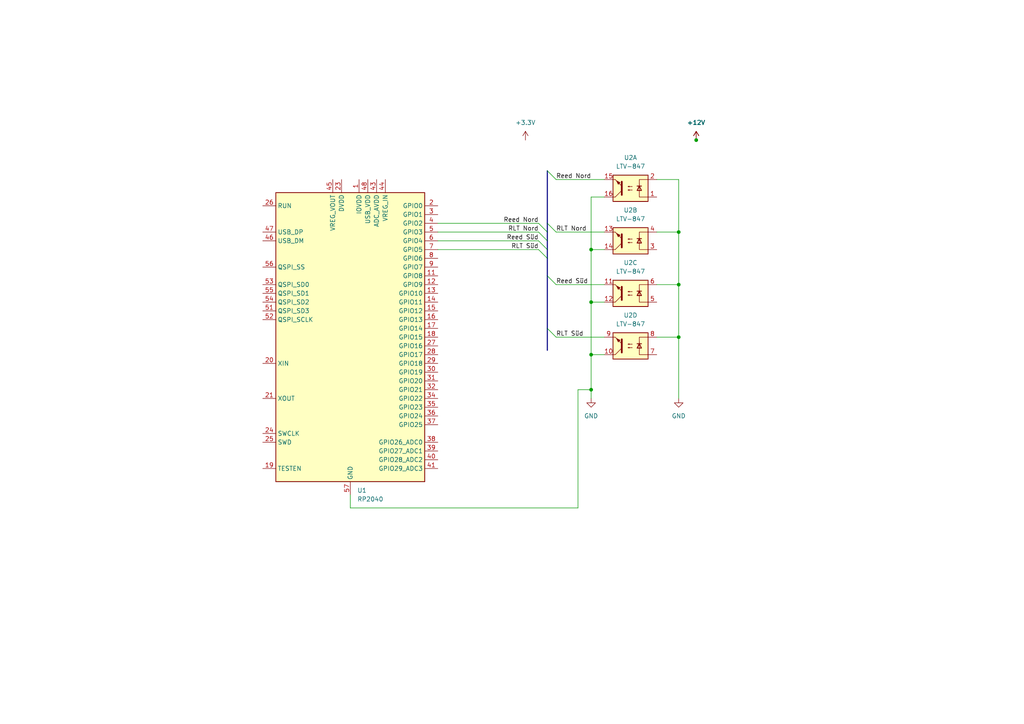
<source format=kicad_sch>
(kicad_sch (version 20211123) (generator eeschema)
  (paper "A4")
  (lib_symbols
    (symbol "Isolator:LTV-847" (pin_names (offset 1.016))
      (property "Reference" "U" (at -5.08 5.08 0))
      (property "Value" "LTV-847" (at 0 5.08 0))
      (symbol "LTV-847_0_1"
        (rectangle (start -5.08 3.81) (end 5.08 -3.81) (stroke (width 0.254)) (fill (type background)))
        (polyline (pts (xy -3.175 -0.635) (xy -1.905 -0.635)) (stroke (width 0.254)))
        (polyline (pts (xy 2.54 0.635) (xy 4.445 2.54)))
        (polyline (pts (xy 4.445 -2.54) (xy 2.54 -0.635)) (fill (type outline)))
        (polyline (pts (xy 4.445 -2.54) (xy 5.08 -2.54)))
        (polyline (pts (xy 4.445 2.54) (xy 5.08 2.54)))
        (polyline (pts (xy -2.54 -0.635) (xy -2.54 -2.54) (xy -5.08 -2.54)))
        (polyline (pts (xy 2.54 1.905) (xy 2.54 -1.905) (xy 2.54 -1.905)) (stroke (width 0.508)))
        (polyline (pts (xy -5.08 2.54) (xy -2.54 2.54) (xy -2.54 -1.27) (xy -2.54 0.635)))
        (polyline (pts (xy -2.54 -0.635) (xy -3.175 0.635) (xy -1.905 0.635) (xy -2.54 -0.635)) (stroke (width 0.254)))
        (polyline (pts (xy -0.508 -0.508) (xy 0.762 -0.508) (xy 0.381 -0.635) (xy 0.381 -0.381) (xy 0.762 -0.508)))
        (polyline (pts (xy -0.508 0.508) (xy 0.762 0.508) (xy 0.381 0.381) (xy 0.381 0.635) (xy 0.762 0.508)))
        (polyline (pts (xy 3.048 -1.651) (xy 3.556 -1.143) (xy 4.064 -2.159) (xy 3.048 -1.651) (xy 3.048 -1.651)) (fill (type outline)))
      )
      (symbol "LTV-847_1_1"
        (pin passive line (at -7.62 2.54 0) (length 2.54) (name "~") (number "1"))
        (pin passive line (at 7.62 -2.54 180) (length 2.54) (name "~") (number "15"))
        (pin passive line (at 7.62 2.54 180) (length 2.54) (name "~") (number "16"))
        (pin passive line (at -7.62 -2.54 0) (length 2.54) (name "~") (number "2"))
      )
      (symbol "LTV-847_2_1"
        (pin passive line (at 7.62 -2.54 180) (length 2.54) (name "~") (number "13"))
        (pin passive line (at 7.62 2.54 180) (length 2.54) (name "~") (number "14"))
        (pin passive line (at -7.62 2.54 0) (length 2.54) (name "~") (number "3"))
        (pin passive line (at -7.62 -2.54 0) (length 2.54) (name "~") (number "4"))
      )
      (symbol "LTV-847_3_1"
        (pin passive line (at 7.62 -2.54 180) (length 2.54) (name "~") (number "11"))
        (pin passive line (at 7.62 2.54 180) (length 2.54) (name "~") (number "12"))
        (pin passive line (at -7.62 2.54 0) (length 2.54) (name "~") (number "5"))
        (pin passive line (at -7.62 -2.54 0) (length 2.54) (name "~") (number "6"))
      )
      (symbol "LTV-847_4_1"
        (pin passive line (at 7.62 2.54 180) (length 2.54) (name "~") (number "10"))
        (pin passive line (at -7.62 2.54 0) (length 2.54) (name "~") (number "7"))
        (pin passive line (at -7.62 -2.54 0) (length 2.54) (name "~") (number "8"))
        (pin passive line (at 7.62 -2.54 180) (length 2.54) (name "~") (number "9"))
      )
    )
    (symbol "MCU_RaspberryPi:RP2040"
      (property "Reference" "U" (at 17.78 45.72 0))
      (property "Value" "RP2040" (at 17.78 43.18 0))
      (symbol "RP2040_0_1"
        (rectangle (start -21.59 41.91) (end 21.59 -41.91) (stroke (width 0.254)) (fill (type background)))
      )
      (symbol "RP2040_1_1"
        (pin power_in line (at 2.54 45.72 270) (length 3.81) (name "IOVDD") (number "1"))
        (pin passive line (at 2.54 45.72 270) (length 3.81) hide (name "IOVDD") (number "10"))
        (pin bidirectional line (at 25.4 17.78 180) (length 3.81) (name "GPIO8") (number "11"))
        (pin bidirectional line (at 25.4 15.24 180) (length 3.81) (name "GPIO9") (number "12"))
        (pin bidirectional line (at 25.4 12.7 180) (length 3.81) (name "GPIO10") (number "13"))
        (pin bidirectional line (at 25.4 10.16 180) (length 3.81) (name "GPIO11") (number "14"))
        (pin bidirectional line (at 25.4 7.62 180) (length 3.81) (name "GPIO12") (number "15"))
        (pin bidirectional line (at 25.4 5.08 180) (length 3.81) (name "GPIO13") (number "16"))
        (pin bidirectional line (at 25.4 2.54 180) (length 3.81) (name "GPIO14") (number "17"))
        (pin bidirectional line (at 25.4 0 180) (length 3.81) (name "GPIO15") (number "18"))
        (pin input line (at -25.4 -38.1 0) (length 3.81) (name "TESTEN") (number "19"))
        (pin bidirectional line (at 25.4 38.1 180) (length 3.81) (name "GPIO0") (number "2"))
        (pin input line (at -25.4 -7.62 0) (length 3.81) (name "XIN") (number "20"))
        (pin passive line (at -25.4 -17.78 0) (length 3.81) (name "XOUT") (number "21"))
        (pin passive line (at 2.54 45.72 270) (length 3.81) hide (name "IOVDD") (number "22"))
        (pin power_in line (at -2.54 45.72 270) (length 3.81) (name "DVDD") (number "23"))
        (pin output line (at -25.4 -27.94 0) (length 3.81) (name "SWCLK") (number "24"))
        (pin bidirectional line (at -25.4 -30.48 0) (length 3.81) (name "SWD") (number "25"))
        (pin input line (at -25.4 38.1 0) (length 3.81) (name "RUN") (number "26"))
        (pin bidirectional line (at 25.4 -2.54 180) (length 3.81) (name "GPIO16") (number "27"))
        (pin bidirectional line (at 25.4 -5.08 180) (length 3.81) (name "GPIO17") (number "28"))
        (pin bidirectional line (at 25.4 -7.62 180) (length 3.81) (name "GPIO18") (number "29"))
        (pin bidirectional line (at 25.4 35.56 180) (length 3.81) (name "GPIO1") (number "3"))
        (pin bidirectional line (at 25.4 -10.16 180) (length 3.81) (name "GPIO19") (number "30"))
        (pin bidirectional line (at 25.4 -12.7 180) (length 3.81) (name "GPIO20") (number "31"))
        (pin bidirectional line (at 25.4 -15.24 180) (length 3.81) (name "GPIO21") (number "32"))
        (pin passive line (at 2.54 45.72 270) (length 3.81) hide (name "IOVDD") (number "33"))
        (pin bidirectional line (at 25.4 -17.78 180) (length 3.81) (name "GPIO22") (number "34"))
        (pin bidirectional line (at 25.4 -20.32 180) (length 3.81) (name "GPIO23") (number "35"))
        (pin bidirectional line (at 25.4 -22.86 180) (length 3.81) (name "GPIO24") (number "36"))
        (pin bidirectional line (at 25.4 -25.4 180) (length 3.81) (name "GPIO25") (number "37"))
        (pin bidirectional line (at 25.4 -30.48 180) (length 3.81) (name "GPIO26_ADC0") (number "38"))
        (pin bidirectional line (at 25.4 -33.02 180) (length 3.81) (name "GPIO27_ADC1") (number "39"))
        (pin bidirectional line (at 25.4 33.02 180) (length 3.81) (name "GPIO2") (number "4"))
        (pin bidirectional line (at 25.4 -35.56 180) (length 3.81) (name "GPIO28_ADC2") (number "40"))
        (pin bidirectional line (at 25.4 -38.1 180) (length 3.81) (name "GPIO29_ADC3") (number "41"))
        (pin passive line (at 2.54 45.72 270) (length 3.81) hide (name "IOVDD") (number "42"))
        (pin power_in line (at 7.62 45.72 270) (length 3.81) (name "ADC_AVDD") (number "43"))
        (pin power_in line (at 10.16 45.72 270) (length 3.81) (name "VREG_IN") (number "44"))
        (pin power_out line (at -5.08 45.72 270) (length 3.81) (name "VREG_VOUT") (number "45"))
        (pin bidirectional line (at -25.4 27.94 0) (length 3.81) (name "USB_DM") (number "46"))
        (pin bidirectional line (at -25.4 30.48 0) (length 3.81) (name "USB_DP") (number "47"))
        (pin power_in line (at 5.08 45.72 270) (length 3.81) (name "USB_VDD") (number "48"))
        (pin passive line (at 2.54 45.72 270) (length 3.81) hide (name "IOVDD") (number "49"))
        (pin bidirectional line (at 25.4 30.48 180) (length 3.81) (name "GPIO3") (number "5"))
        (pin passive line (at -2.54 45.72 270) (length 3.81) hide (name "DVDD") (number "50"))
        (pin bidirectional line (at -25.4 7.62 0) (length 3.81) (name "QSPI_SD3") (number "51"))
        (pin output line (at -25.4 5.08 0) (length 3.81) (name "QSPI_SCLK") (number "52"))
        (pin bidirectional line (at -25.4 15.24 0) (length 3.81) (name "QSPI_SD0") (number "53"))
        (pin bidirectional line (at -25.4 10.16 0) (length 3.81) (name "QSPI_SD2") (number "54"))
        (pin bidirectional line (at -25.4 12.7 0) (length 3.81) (name "QSPI_SD1") (number "55"))
        (pin bidirectional line (at -25.4 20.32 0) (length 3.81) (name "QSPI_SS") (number "56"))
        (pin power_in line (at 0 -45.72 90) (length 3.81) (name "GND") (number "57"))
        (pin bidirectional line (at 25.4 27.94 180) (length 3.81) (name "GPIO4") (number "6"))
        (pin bidirectional line (at 25.4 25.4 180) (length 3.81) (name "GPIO5") (number "7"))
        (pin bidirectional line (at 25.4 22.86 180) (length 3.81) (name "GPIO6") (number "8"))
        (pin bidirectional line (at 25.4 20.32 180) (length 3.81) (name "GPIO7") (number "9"))
      )
    )
    (symbol "power:+12V" (power) (pin_names (offset 0))
      (property "Value" "+12V" (at 0 3.556 0))
      (symbol "+12V_0_1"
        (polyline (pts (xy -0.762 1.27) (xy 0 2.54)))
        (polyline (pts (xy 0 0) (xy 0 2.54)))
        (polyline (pts (xy 0 2.54) (xy 0.762 1.27)))
      )
      (symbol "+12V_1_1"
        (pin power_in line (at 0 0 90) (length 0) hide (name "+12V") (number "1"))
      )
    )
    (symbol "power:+3.3V" (power) (pin_names (offset 0))
      (property "Value" "+3.3V" (at 0 3.556 0))
      (symbol "+3.3V_0_1"
        (polyline (pts (xy -0.762 1.27) (xy 0 2.54)))
        (polyline (pts (xy 0 0) (xy 0 2.54)))
        (polyline (pts (xy 0 2.54) (xy 0.762 1.27)))
      )
      (symbol "+3.3V_1_1"
        (pin power_in line (at 0 0 90) (length 0) hide (name "+3.3V") (number "1"))
      )
    )
    (symbol "power:GND" (power) (pin_names (offset 0))
      (property "Value" "GND" (at 0 -3.81 0))
      (symbol "GND_0_1"
        (polyline (pts (xy 0 0) (xy 0 -1.27) (xy 1.27 -1.27) (xy 0 -2.54) (xy -1.27 -1.27) (xy 0 -1.27)))
      )
      (symbol "GND_1_1"
        (pin power_in line (at 0 0 270) (length 0) hide (name "GND") (number "1"))
      )
    )
  )
  (junction (at 196.85 97.79))
  (junction (at 196.85 82.55))
  (junction (at 171.45 102.87))
  (junction (at 171.45 72.39))
  (junction (at 171.45 87.63))
  (junction (at 171.45 113.03))
  (junction (at 201.93 40.64))
  (junction (at 196.85 67.31))
  (bus_entry (at 156.21 67.31) (size 2.54 2.54))
  (bus_entry (at 156.21 72.39) (size 2.54 2.54))
  (bus_entry (at 156.21 64.77) (size 2.54 2.54))
  (bus_entry (at 158.75 80.01) (size 2.54 2.54))
  (bus_entry (at 158.75 64.77) (size 2.54 2.54))
  (bus_entry (at 158.75 49.53) (size 2.54 2.54))
  (bus_entry (at 156.21 69.85) (size 2.54 2.54))
  (bus_entry (at 158.75 95.25) (size 2.54 2.54))
  (wire (pts (xy 127 72.39) (xy 156.21 72.39)))
  (wire (pts (xy 196.85 97.79) (xy 196.85 82.55)))
  (wire (pts (xy 167.64 113.03) (xy 171.45 113.03)))
  (wire (pts (xy 127 67.31) (xy 156.21 67.31)))
  (wire (pts (xy 171.45 87.63) (xy 171.45 72.39)))
  (wire (pts (xy 161.29 82.55) (xy 175.26 82.55)))
  (wire (pts (xy 196.85 52.07) (xy 190.5 52.07)))
  (wire (pts (xy 127 64.77) (xy 156.21 64.77)))
  (wire (pts (xy 101.6 143.51) (xy 101.6 147.32)))
  (bus (pts (xy 158.75 72.39) (xy 158.75 74.93)))
  (wire (pts (xy 171.45 113.03) (xy 171.45 102.87)))
  (wire (pts (xy 196.85 82.55) (xy 196.85 67.31)))
  (wire (pts (xy 171.45 115.57) (xy 171.45 113.03)))
  (bus (pts (xy 158.75 80.01) (xy 158.75 95.25)))
  (bus (pts (xy 158.75 67.31) (xy 158.75 69.85)))
  (wire (pts (xy 171.45 102.87) (xy 175.26 102.87)))
  (wire (pts (xy 196.85 115.57) (xy 196.85 97.79)))
  (wire (pts (xy 161.29 97.79) (xy 175.26 97.79)))
  (wire (pts (xy 171.45 57.15) (xy 175.26 57.15)))
  (bus (pts (xy 158.75 74.93) (xy 158.75 80.01)))
  (bus (pts (xy 158.75 49.53) (xy 158.75 64.77)))
  (bus (pts (xy 158.75 64.77) (xy 158.75 67.31)))
  (wire (pts (xy 167.64 147.32) (xy 167.64 113.03)))
  (wire (pts (xy 171.45 72.39) (xy 171.45 57.15)))
  (wire (pts (xy 196.85 67.31) (xy 196.85 52.07)))
  (bus (pts (xy 158.75 69.85) (xy 158.75 72.39)))
  (bus (pts (xy 158.75 95.25) (xy 158.75 101.6)))
  (wire (pts (xy 161.29 52.07) (xy 175.26 52.07)))
  (wire (pts (xy 171.45 102.87) (xy 171.45 87.63)))
  (wire (pts (xy 161.29 67.31) (xy 175.26 67.31)))
  (wire (pts (xy 101.6 147.32) (xy 167.64 147.32)))
  (wire (pts (xy 171.45 72.39) (xy 175.26 72.39)))
  (wire (pts (xy 190.5 82.55) (xy 196.85 82.55)))
  (wire (pts (xy 190.5 97.79) (xy 196.85 97.79)))
  (wire (pts (xy 127 69.85) (xy 156.21 69.85)))
  (wire (pts (xy 171.45 87.63) (xy 175.26 87.63)))
  (wire (pts (xy 190.5 67.31) (xy 196.85 67.31)))
  (label "Reed Süd" (at 161.29 82.55 0))
  (label "RLT Nord" (at 161.29 67.31 0))
  (label "Reed Nord" (at 156.21 64.77 180))
  (label "Reed Nord" (at 161.29 52.07 0))
  (label "RLT Süd" (at 156.21 72.39 180))
  (label "RLT Nord" (at 156.21 67.31 180))
  (label "Reed Süd" (at 156.21 69.85 180))
  (label "RLT Süd" (at 161.29 97.79 0))
  (symbol (lib_id "power:+12V") (at 201.93 40.64 0) (unit 1)
    (property "Reference" "#PWR0103" (effects hide))
    (property "Value" "+12V" (at 201.93 35.56 0))
  )
  (symbol (lib_id "Isolator:LTV-847") (at 182.88 69.85 180) (unit 2)
    (property "Reference" "U2" (at 182.88 60.96 0))
    (property "Value" "LTV-847" (at 182.88 63.5 0))
    (property "Footprint" "Package_DIP:DIP-16_W7.62mm" (effects hide))
    (property "Datasheet" "http://optoelectronics.liteon.com/upload/download/DS-70-96-0016/LTV-8X7%20series.PDF" (effects hide))
  )
  (symbol (lib_id "Isolator:LTV-847") (at 182.88 100.33 180) (unit 4)
    (property "Reference" "U2" (at 182.88 91.44 0))
    (property "Value" "LTV-847" (at 182.88 93.98 0))
    (property "Footprint" "Package_DIP:DIP-16_W7.62mm" (effects hide))
    (property "Datasheet" "http://optoelectronics.liteon.com/upload/download/DS-70-96-0016/LTV-8X7%20series.PDF" (effects hide))
  )
  (symbol (lib_id "power:+12V") (at 201.93 40.64 0) (unit 1)
    (property "Reference" "#PWR0104" (effects hide))
    (property "Value" "+12V" (at 201.93 35.56 0))
  )
  (symbol (lib_id "power:+12V") (at 201.93 40.64 0) (unit 1)
    (property "Reference" "#PWR0102" (effects hide))
    (property "Value" "+12V" (at 201.93 35.56 0))
  )
  (symbol (lib_id "MCU_RaspberryPi:RP2040") (at 101.6 97.79 0) (unit 1)
    (property "Reference" "U1" (at 103.6194 142.24 0) (effects (justify left)))
    (property "Value" "RP2040" (at 103.6194 144.78 0) (effects (justify left)))
    (property "Footprint" "Package_DFN_QFN:QFN-56-1EP_7x7mm_P0.4mm_EP3.2x3.2mm" (effects hide))
    (property "Datasheet" "https://datasheets.raspberrypi.com/rp2040/rp2040-datasheet.pdf" (effects hide))
  )
  (symbol (lib_id "Isolator:LTV-847") (at 182.88 54.61 180) (unit 1)
    (property "Reference" "U2" (at 182.88 45.72 0))
    (property "Value" "LTV-847" (at 182.88 48.26 0))
    (property "Footprint" "Package_DIP:DIP-16_W7.62mm" (effects hide))
    (property "Datasheet" "http://optoelectronics.liteon.com/upload/download/DS-70-96-0016/LTV-8X7%20series.PDF" (effects hide))
  )
  (symbol (lib_id "power:GND") (at 171.45 115.57 0) (unit 1)
    (property "Reference" "#PWR0105" (effects hide))
    (property "Value" "GND" (at 171.45 120.65 0))
  )
  (symbol (lib_id "power:GND") (at 196.85 115.57 0) (unit 1)
    (property "Reference" "#PWR0106" (effects hide))
    (property "Value" "GND" (at 196.85 120.65 0))
  )
  (symbol (lib_id "power:+3.3V") (at 152.4 40.64 0) (unit 1)
    (property "Reference" "#PWR0101" (effects hide))
    (property "Value" "+3.3V" (at 152.4 35.56 0))
  )
  (symbol (lib_id "Isolator:LTV-847") (at 182.88 85.09 180) (unit 3)
    (property "Reference" "U2" (at 182.88 76.2 0))
    (property "Value" "LTV-847" (at 182.88 78.74 0))
    (property "Footprint" "Package_DIP:DIP-16_W7.62mm" (effects hide))
    (property "Datasheet" "http://optoelectronics.liteon.com/upload/download/DS-70-96-0016/LTV-8X7%20series.PDF" (effects hide))
  )
)
</source>
